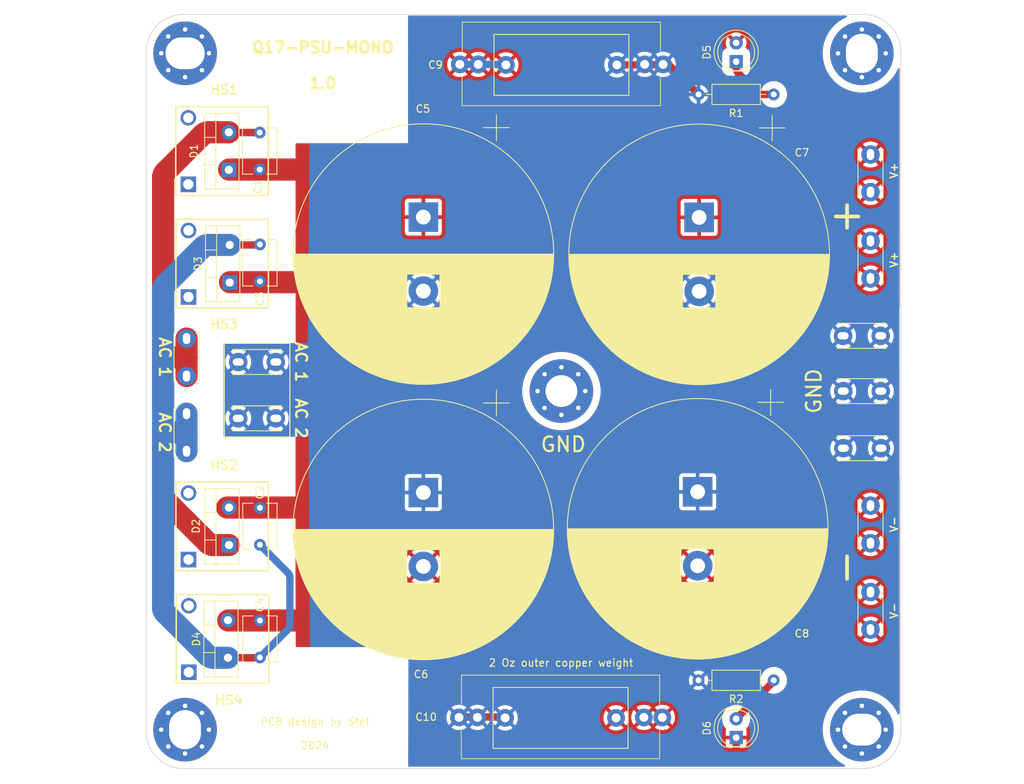
<source format=kicad_pcb>
(kicad_pcb (version 20240108) (generator "pcbnew") (generator_version "8.0")
  (title_block (title "Q17 mono Power Supply Universal") (date "2024-04-14") (rev "1.0") (company "by stef"))
  (layers (0 "F.Cu" signal) (31 "B.Cu" signal) (34 "B.Paste" user) (35 "F.Paste" user) (36 "B.SilkS" user "B.Silkscreen") (37 "F.SilkS" user "F.Silkscreen") (38 "B.Mask" user) (39 "F.Mask" user) (44 "Edge.Cuts" user))
  (net 0 "")
  (net 1 "GNDPWR")
  (net 2 "Net-(D3-A)")
  (net 3 "Net-(D1-A)")
  (net 4 "Net-(D5-K)")
  (net 5 "Net-(D6-A)")
  (net 14 "GND")
  (net 15 "/V+")
  (net 16 "/V-")
  (footprint "USER_LIB:CSM22112AE" (layer "F.Cu") (at 103.767254 113.72 90)
    (property "Reference" "HS2" (at 12.755 4.817746 180) (layer "F.SilkS") (effects (font (size 1.27 1.27) (thickness 0.254))))
    (property "Value" "CSM221-12AE" (hide yes))
    (pad "1" thru_hole rect (at 0 0 90) (size 2.1 2.1) (drill 1.4) (layers "*.Cu" "*.Mask"))
    (pad "2" thru_hole circle (at 9 0 90) (size 2.1 2.1) (drill 1.4) (layers "*.Cu" "*.Mask"))
  )
  (footprint "Capacitor_THT:C_Disc_D6.0mm_W4.4mm_P5.00mm" (layer "F.Cu") (at 113.419254 76.088 90)
    (property "Reference" "C3" (at -2.366 0 -90) (layer "F.SilkS"))
    (property "Value" "220pF")
    (pad "1" thru_hole circle (at 0 0 90) (size 1.6 1.6) (drill 0.8) (layers "*.Cu" "*.Mask") (net 15 "/V+"))
    (pad "2" thru_hole circle (at 5 0 90) (size 1.6 1.6) (drill 0.8) (layers "*.Cu" "*.Mask") (net 2 "Net-(D3-A)"))
  )
  (footprint "Package_TO_SOT_THT:TO-220-2_Vertical" (layer "F.Cu") (at 109.244254 111.76 90)
    (property "Reference" "D2" (at 2.54 -4.461 -90) (layer "F.SilkS"))
    (property "Value" "MBRF10100")
    (pad "1" thru_hole rect (at 0 0 90) (size 2 2) (drill 1.1) (layers "*.Cu" "*.Mask") (net 3 "Net-(D1-A)"))
    (pad "2" thru_hole oval (at 5.08 0 90) (size 2 2) (drill 1.1) (layers "*.Cu" "*.Mask") (net 16 "/V-"))
  )
  (footprint "Capacitor_THT:CP_Radial_D35.0mm_P10.00mm_SnapIn" (layer "F.Cu") (at 135.513301 67.394442 -90)
    (property "Reference" "C5" (at -14.648184 0.05248 180) (layer "F.SilkS"))
    (property "Value" "10000uF 80V")
    (pad "1" thru_hole rect (at 0 0 270) (size 4 4) (drill 2) (layers "*.Cu" "*.Mask") (net 15 "/V+"))
    (pad "2" thru_hole circle (at 10 0 270) (size 4 4) (drill 2) (layers "*.Cu" "*.Mask") (net 14 "GND"))
  )
  (footprint "Q17_Library:Faston_Connector_63849-1_TEC" (layer "F.Cu") (at 115.57 94.615)
    (property "Reference" "J1-3" (hide yes))
    (property "Value" "AC2-1" (hide yes))
    (pad "1" thru_hole circle (at -5.08 0) (size 2.5 2.5) (drill oval 1.5 1) (layers "*.Cu" "*.Mask") (net 14 "GND"))
    (pad "1" thru_hole circle (at 0 0) (size 2.5 2.5) (drill oval 1.5 1) (layers "*.Cu" "*.Mask") (net 14 "GND"))
  )
  (footprint "Capacitor_THT:C_Disc_D6.0mm_W4.4mm_P5.00mm" (layer "F.Cu") (at 113.395 60.96 90)
    (property "Reference" "C1" (at -2.326 -0.254 -90) (layer "F.SilkS"))
    (property "Value" "220pF")
    (pad "1" thru_hole circle (at 0 0 90) (size 1.6 1.6) (drill 0.8) (layers "*.Cu" "*.Mask") (net 15 "/V+"))
    (pad "2" thru_hole circle (at 5 0 90) (size 1.6 1.6) (drill 0.8) (layers "*.Cu" "*.Mask") (net 3 "Net-(D1-A)"))
  )
  (footprint "Q17_Library:C_Rect_Q17_PSU_L26.50_H11.00_P20.50" (layer "F.Cu") (at 142.934353 46.736)
    (property "Reference" "C9" (at -5.779934 0.063 0) (layer "F.SilkS"))
    (property "Value" "220nf" (hide yes))
    (pad "1" thru_hole circle (at -2.4892 0) (size 2.4 2.4) (drill 1.2) (layers "*.Cu" "*.Mask") (net 15 "/V+"))
    (pad "1" thru_hole circle (at 0 0) (size 2.4 2.4) (drill 1.2) (layers "*.Cu" "*.Mask") (net 15 "/V+"))
    (pad "1" thru_hole circle (at 3.743647 0.063) (size 2.4 2.4) (drill 1.2) (layers "*.Cu" "*.Mask") (net 15 "/V+"))
    (pad "2" thru_hole circle (at 18.743647 0.063) (size 2.4 2.4) (drill 1.2) (layers "*.Cu" "*.Mask") (net 14 "GND"))
    (pad "2" thru_hole circle (at 22.5 0 180) (size 2.4 2.4) (drill 1.2) (layers "*.Cu" "*.Mask") (net 14 "GND"))
    (pad "2" thru_hole circle (at 24.9936 0 180) (size 2.4 2.4) (drill 1.2) (layers "*.Cu" "*.Mask") (net 14 "GND"))
  )
  (footprint "USER_LIB:CSM22112AE" (layer "F.Cu") (at 103.767254 78.2 90)
    (property "Reference" "HS3" (at -3.715 4.817746 180) (layer "F.SilkS") (effects (font (size 1.27 1.27) (thickness 0.254))))
    (property "Value" "CSM221-12AE" (hide yes))
    (pad "1" thru_hole rect (at 0 0 90) (size 2.1 2.1) (drill 1.4) (layers "*.Cu" "*.Mask"))
    (pad "2" thru_hole circle (at 9 0 90) (size 2.1 2.1) (drill 1.4) (layers "*.Cu" "*.Mask"))
  )
  (footprint "USER_LIB:CSM22112AE" (layer "F.Cu") (at 103.743 62.96 90)
    (property "Reference" "HS1" (at 12.795 4.842 180) (layer "F.SilkS") (effects (font (size 1.27 1.27) (thickness 0.254))))
    (property "Value" "CSM221-12AE" (hide yes))
    (pad "1" thru_hole rect (at 0 0 90) (size 2.1 2.1) (drill 1.4) (layers "*.Cu" "*.Mask"))
    (pad "2" thru_hole circle (at 9 0 90) (size 2.1 2.1) (drill 1.4) (layers "*.Cu" "*.Mask"))
  )
  (footprint "Q17_Library:Faston_Connector_63849-1_TEC" (layer "F.Cu") (at 103.505 99.06 -90)
    (property "Reference" "J1-4" (hide yes))
    (property "Value" "AC2-2" (hide yes))
    (pad "1" thru_hole circle (at -5.08 0 270) (size 2.5 2.5) (drill oval 1.5 1) (layers "*.Cu" "*.Mask") (net 2 "Net-(D3-A)"))
    (pad "1" thru_hole circle (at 0 0 270) (size 2.5 2.5) (drill oval 1.5 1) (layers "*.Cu" "*.Mask") (net 2 "Net-(D3-A)"))
  )
  (footprint "MountingHole:MountingHole_4.3mm_M4_Pad_Via" (layer "F.Cu") (at 154.178 90.926419)
    (property "Reference" "#GROUND01" (hide yes))
    (property "Value" "MountingHole_4.3mm_M4_Pad_Via" (hide yes))
    (pad "1" thru_hole circle (at -3.225 0) (size 0.9 0.9) (drill 0.6) (layers "*.Cu" "*.Mask") (net 1 "GNDPWR"))
    (pad "1" thru_hole circle (at -2.280419 -2.280419) (size 0.9 0.9) (drill 0.6) (layers "*.Cu" "*.Mask") (net 1 "GNDPWR"))
    (pad "1" thru_hole circle (at -2.280419 2.280419) (size 0.9 0.9) (drill 0.6) (layers "*.Cu" "*.Mask") (net 1 "GNDPWR"))
    (pad "1" thru_hole circle (at 0 -3.225) (size 0.9 0.9) (drill 0.6) (layers "*.Cu" "*.Mask") (net 1 "GNDPWR"))
    (pad "1" thru_hole circle (at 0 0) (size 8.6 8.6) (drill 4.3) (layers "*.Cu" "*.Mask") (net 1 "GNDPWR"))
    (pad "1" thru_hole circle (at 0 3.225) (size 0.9 0.9) (drill 0.6) (layers "*.Cu" "*.Mask") (net 1 "GNDPWR"))
    (pad "1" thru_hole circle (at 2.280419 -2.280419) (size 0.9 0.9) (drill 0.6) (layers "*.Cu" "*.Mask") (net 1 "GNDPWR"))
    (pad "1" thru_hole circle (at 2.280419 2.280419) (size 0.9 0.9) (drill 0.6) (layers "*.Cu" "*.Mask") (net 1 "GNDPWR"))
    (pad "1" thru_hole circle (at 3.225 0) (size 0.9 0.9) (drill 0.6) (layers "*.Cu" "*.Mask") (net 1 "GNDPWR"))
  )
  (footprint "Q17_Library:Faston_Connector_63849-1_TEC" (layer "F.Cu") (at 192.278 90.932 180)
    (property "Reference" "J2-4" (hide yes))
    (property "Value" "GND" (hide yes))
    (pad "1" thru_hole circle (at -5.08 0 180) (size 2.5 2.5) (drill oval 1.5 1) (layers "*.Cu" "*.Mask") (net 14 "GND"))
    (pad "1" thru_hole circle (at 0 0 180) (size 2.5 2.5) (drill oval 1.5 1) (layers "*.Cu" "*.Mask") (net 14 "GND"))
  )
  (footprint "Q17_Library:Faston_Connector_63849-1_TEC" (layer "F.Cu") (at 192.295665 98.653992 180)
    (property "Reference" "J2-5" (hide yes))
    (property "Value" "GND" (hide yes))
    (pad "1" thru_hole circle (at -5.08 0 180) (size 2.5 2.5) (drill oval 1.5 1) (layers "*.Cu" "*.Mask") (net 14 "GND"))
    (pad "1" thru_hole circle (at 0 0 180) (size 2.5 2.5) (drill oval 1.5 1) (layers "*.Cu" "*.Mask") (net 14 "GND"))
  )
  (footprint "Q17_Library:Faston_Connector_63849-1_TEC" (layer "F.Cu") (at 103.505 88.9 -90)
    (property "Reference" "J1-1" (hide yes))
    (property "Value" "AC1-1" (hide yes))
    (pad "1" thru_hole circle (at -5.08 0 270) (size 2.5 2.5) (drill oval 1.5 1) (layers "*.Cu" "*.Mask") (net 3 "Net-(D1-A)"))
    (pad "1" thru_hole circle (at 0 0 270) (size 2.5 2.5) (drill oval 1.5 1) (layers "*.Cu" "*.Mask") (net 3 "Net-(D1-A)"))
  )
  (footprint "MountingHole:MountingHole_4.3mm_M4_Pad_Via" (layer "F.Cu") (at 194.79428 136.729763)
    (property "Reference" "REF**" (hide yes))
    (property "Value" "MountingHole_4.3mm_M4_Pad_Via")
    (pad "1" thru_hole circle (at -3.225 0) (size 0.9 0.9) (drill 0.6) (layers "*.Cu" "*.Mask"))
    (pad "1" thru_hole circle (at -2.280419 -2.280419) (size 0.9 0.9) (drill 0.6) (layers "*.Cu" "*.Mask"))
    (pad "1" thru_hole circle (at -2.280419 2.280419) (size 0.9 0.9) (drill 0.6) (layers "*.Cu" "*.Mask"))
    (pad "1" thru_hole circle (at 0 -3.225) (size 0.9 0.9) (drill 0.6) (layers "*.Cu" "*.Mask"))
    (pad "1" thru_hole circle (at 0 0) (size 8.6 8.6) (drill oval 5.3 4.3) (layers "*.Cu" "*.Mask"))
    (pad "1" thru_hole circle (at 0 3.225) (size 0.9 0.9) (drill 0.6) (layers "*.Cu" "*.Mask"))
    (pad "1" thru_hole circle (at 2.280419 -2.280419) (size 0.9 0.9) (drill 0.6) (layers "*.Cu" "*.Mask"))
    (pad "1" thru_hole circle (at 2.280419 2.280419) (size 0.9 0.9) (drill 0.6) (layers "*.Cu" "*.Mask"))
    (pad "1" thru_hole circle (at 3.225 0) (size 0.9 0.9) (drill 0.6) (layers "*.Cu" "*.Mask"))
  )
  (footprint "LED_THT:LED_D5.0mm" (layer "F.Cu") (at 177.8 137.8 90)
    (property "Reference" "D6" (at 1.27 -3.96 -90) (layer "F.SilkS"))
    (property "Value" "LED")
    (pad "1" thru_hole rect (at 0 0 90) (size 1.8 1.8) (drill 0.9) (layers "*.Cu" "*.Mask") (net 16 "/V-"))
    (pad "2" thru_hole circle (at 2.54 0 90) (size 1.8 1.8) (drill 0.9) (layers "*.Cu" "*.Mask") (net 5 "Net-(D6-A)"))
  )
  (footprint "Capacitor_THT:CP_Radial_D35.0mm_P10.00mm_SnapIn" (layer "F.Cu") (at 172.597301 104.554 -90)
    (property "Reference" "C8" (at 19.181059 -14.092699 180) (layer "F.SilkS"))
    (property "Value" "10000uF 80V")
    (pad "1" thru_hole rect (at 0 0 270) (size 4 4) (drill 2) (layers "*.Cu" "*.Mask") (net 14 "GND"))
    (pad "2" thru_hole circle (at 10 0 270) (size 4 4) (drill 2) (layers "*.Cu" "*.Mask") (net 16 "/V-"))
  )
  (footprint "Resistor_THT:R_Axial_DIN0207_L6.3mm_D2.5mm_P10.16mm_Horizontal" (layer "F.Cu") (at 172.72 130.048)
    (property "Reference" "R2" (at 5.08 2.54 0) (layer "F.SilkS"))
    (property "Value" "10K")
    (pad "1" thru_hole circle (at 0 0) (size 1.6 1.6) (drill 0.8) (layers "*.Cu" "*.Mask") (net 14 "GND"))
    (pad "2" thru_hole oval (at 10.16 0) (size 1.6 1.6) (drill 0.8) (layers "*.Cu" "*.Mask") (net 5 "Net-(D6-A)"))
  )
  (footprint "Package_TO_SOT_THT:TO-220-2_Vertical" (layer "F.Cu") (at 109.101254 127 90)
    (property "Reference" "D4" (at 2.54 -4.27 -90) (layer "F.SilkS"))
    (property "Value" "MBRF10100")
    (pad "1" thru_hole rect (at 0 0 90) (size 2 2) (drill 1.1) (layers "*.Cu" "*.Mask") (net 2 "Net-(D3-A)"))
    (pad "2" thru_hole oval (at 5.08 0 90) (size 2 2) (drill 1.1) (layers "*.Cu" "*.Mask") (net 16 "/V-"))
  )
  (footprint "Q17_Library:Faston_Connector_63849-1_TEC" (layer "F.Cu") (at 195.96228 75.692 -90)
    (property "Reference" "J2-2" (hide yes))
    (property "Value" "V+" (at -2.54 -3.17372 90) (layer "F.SilkS") (effects (font (thickness 0.2) (bold yes))))
    (pad "1" thru_hole circle (at -5.08 0 270) (size 2.5 2.5) (drill oval 1.5 1) (layers "*.Cu" "*.Mask") (net 15 "/V+"))
    (pad "1" thru_hole circle (at 0 0 270) (size 2.5 2.5) (drill oval 1.5 1) (layers "*.Cu" "*.Mask") (net 15 "/V+"))
  )
  (footprint "Q17_Library:Faston_Connector_63849-1_TEC" (layer "F.Cu") (at 192.255665 83.453992 180)
    (property "Reference" "J2-3" (hide yes))
    (property "Value" "GND" (hide yes))
    (pad "1" thru_hole circle (at -5.08 0 180) (size 2.5 2.5) (drill oval 1.5 1) (layers "*.Cu" "*.Mask") (net 14 "GND"))
    (pad "1" thru_hole circle (at 0 0 180) (size 2.5 2.5) (drill oval 1.5 1) (layers "*.Cu" "*.Mask") (net 14 "GND"))
  )
  (footprint "Q17_Library:Faston_Connector_63849-1_TEC" (layer "F.Cu") (at 195.96228 111.506 -90)
    (property "Reference" "J2-6" (hide yes))
    (property "Value" "V-" (at -2.554323 -3.17372 90) (layer "F.SilkS") (effects (font (thickness 0.2) (bold yes))))
    (pad "1" thru_hole circle (at -5.08 0 270) (size 2.5 2.5) (drill oval 1.5 1) (layers "*.Cu" "*.Mask") (net 16 "/V-"))
    (pad "1" thru_hole circle (at 0 0 270) (size 2.5 2.5) (drill oval 1.5 1) (layers "*.Cu" "*.Mask") (net 16 "/V-"))
  )
  (footprint "Capacitor_THT:C_Disc_D6.0mm_W4.4mm_P5.00mm" (layer "F.Cu") (at 113.419254 126.96 90)
    (property "Reference" "C4" (at 7.112 0 -90) (layer "F.SilkS"))
    (property "Value" "220pF")
    (pad "1" thru_hole circle (at 0 0 90) (size 1.6 1.6) (drill 0.8) (layers "*.Cu" "*.Mask") (net 2 "Net-(D3-A)"))
    (pad "2" thru_hole circle (at 5 0 90) (size 1.6 1.6) (drill 0.8) (layers "*.Cu" "*.Mask") (net 16 "/V-"))
  )
  (footprint "Package_TO_SOT_THT:TO-220-2_Vertical" (layer "F.Cu") (at 109.22 61 90)
    (property "Reference" "D1" (at 2.54 -4.715 -90) (layer "F.SilkS"))
    (property "Value" "MBRF10100")
    (pad "1" thru_hole rect (at 0 0 90) (size 2 2) (drill 1.1) (layers "*.Cu" "*.Mask") (net 15 "/V+"))
    (pad "2" thru_hole oval (at 5.08 0 90) (size 2 2) (drill 1.1) (layers "*.Cu" "*.Mask") (net 3 "Net-(D1-A)"))
  )
  (footprint "Q17_Library:Faston_Connector_63849-1_TEC" (layer "F.Cu") (at 115.57 86.995)
    (property "Reference" "J1-2" (hide yes))
    (property "Value" "AC1-2" (hide yes))
    (pad "1" thru_hole circle (at -5.08 0) (size 2.5 2.5) (drill oval 1.5 1) (layers "*.Cu" "*.Mask") (net 14 "GND"))
    (pad "1" thru_hole circle (at 0 0) (size 2.5 2.5) (drill oval 1.5 1) (layers "*.Cu" "*.Mask") (net 14 "GND"))
  )
  (footprint "MountingHole:MountingHole_4.3mm_M4_Pad_Via" (layer "F.Cu") (at 194.79428 45.238963)
    (property "Reference" "REF**" (hide yes))
    (property "Value" "MountingHole_4.3mm_M4_Pad_Via")
    (pad "1" thru_hole circle (at -3.225 0) (size 0.9 0.9) (drill 0.6) (layers "*.Cu" "*.Mask"))
    (pad "1" thru_hole circle (at -2.280419 -2.280419) (size 0.9 0.9) (drill 0.6) (layers "*.Cu" "*.Mask"))
    (pad "1" thru_hole circle (at -2.280419 2.280419) (size 0.9 0.9) (drill 0.6) (layers "*.Cu" "*.Mask"))
    (pad "1" thru_hole circle (at 0 -3.225) (size 0.9 0.9) (drill 0.6) (layers "*.Cu" "*.Mask"))
    (pad "1" thru_hole circle (at 0 0) (size 8.6 8.6) (drill oval 4.3 5.3) (layers "*.Cu" "*.Mask"))
    (pad "1" thru_hole circle (at 0 3.225) (size 0.9 0.9) (drill 0.6) (layers "*.Cu" "*.Mask"))
    (pad "1" thru_hole circle (at 2.280419 -2.280419) (size 0.9 0.9) (drill 0.6) (layers "*.Cu" "*.Mask"))
    (pad "1" thru_hole circle (at 2.280419 2.280419) (size 0.9 0.9) (drill 0.6) (layers "*.Cu" "*.Mask"))
    (pad "1" thru_hole circle (at 3.225 0) (size 0.9 0.9) (drill 0.6) (layers "*.Cu" "*.Mask"))
  )
  (footprint "LED_THT:LED_D5.0mm" (layer "F.Cu") (at 177.8 46.36 90)
    (property "Reference" "D5" (at 1.27 -3.96 -90) (layer "F.SilkS"))
    (property "Value" "LED")
    (pad "1" thru_hole rect (at 0 0 90) (size 1.8 1.8) (drill 0.9) (layers "*.Cu" "*.Mask") (net 4 "Net-(D5-K)"))
    (pad "2" thru_hole circle (at 2.54 0 90) (size 1.8 1.8) (drill 0.9) (layers "*.Cu" "*.Mask") (net 15 "/V+"))
  )
  (footprint "Capacitor_THT:CP_Radial_D35.0mm_P10.00mm_SnapIn" (layer "F.Cu") (at 135.513301 104.648 -90)
    (property "Reference" "C6" (at 24.589317 0.30648 180) (layer "F.SilkS"))
    (property "Value" "10000uF 80V")
    (pad "1" thru_hole rect (at 0 0 270) (size 4 4) (drill 2) (layers "*.Cu" "*.Mask") (net 14 "GND"))
    (pad "2" thru_hole circle (at 10 0 270) (size 4 4) (drill 2) (layers "*.Cu" "*.Mask") (net 16 "/V-"))
  )
  (footprint "Q17_Library:C_Rect_Q17_PSU_L26.50_H11.00_P20.50" (layer "F.Cu") (at 142.8242 135.072553)
    (property "Reference" "C10" (at -6.9342 -0.055447 0) (layer "F.SilkS"))
    (property "Value" "220nF" (hide yes))
    (pad "1" thru_hole circle (at -2.4892 0) (size 2.4 2.4) (drill 1.2) (layers "*.Cu" "*.Mask") (net 14 "GND"))
    (pad "1" thru_hole circle (at 0 0) (size 2.4 2.4) (drill 1.2) (layers "*.Cu" "*.Mask") (net 14 "GND"))
    (pad "1" thru_hole circle (at 3.743647 0.063) (size 2.4 2.4) (drill 1.2) (layers "*.Cu" "*.Mask") (net 14 "GND"))
    (pad "2" thru_hole circle (at 18.743647 0.063) (size 2.4 2.4) (drill 1.2) (layers "*.Cu" "*.Mask") (net 16 "/V-"))
    (pad "2" thru_hole circle (at 22.5 0 180) (size 2.4 2.4) (drill 1.2) (layers "*.Cu" "*.Mask") (net 16 "/V-"))
    (pad "2" thru_hole circle (at 24.9936 0 180) (size 2.4 2.4) (drill 1.2) (layers "*.Cu" "*.Mask") (net 16 "/V-"))
  )
  (footprint "USER_LIB:CSM22112AE" (layer "F.Cu") (at 103.807254 128.96 90)
    (property "Reference" "HS4" (at -3.755 5.412746 180) (layer "F.SilkS") (effects (font (size 1.27 1.27) (thickness 0.254))))
    (property "Value" "CSM221-12AE" (hide yes))
    (pad "1" thru_hole rect (at 0 0 90) (size 2.1 2.1) (drill 1.4) (layers "*.Cu" "*.Mask"))
    (pad "2" thru_hole circle (at 9 0 90) (size 2.1 2.1) (drill 1.4) (layers "*.Cu" "*.Mask"))
  )
  (footprint "Package_TO_SOT_THT:TO-220-2_Vertical" (layer "F.Cu") (at 109.337254 76.24 90)
    (property "Reference" "D3" (at 2.54 -4.27 -90) (layer "F.SilkS"))
    (property "Value" "MBRF10100")
    (pad "1" thru_hole rect (at 0 0 90) (size 2 2) (drill 1.1) (layers "*.Cu" "*.Mask") (net 15 "/V+"))
    (pad "2" thru_hole oval (at 5.08 0 90) (size 2 2) (drill 1.1) (layers "*.Cu" "*.Mask") (net 2 "Net-(D3-A)"))
  )
  (footprint "MountingHole:MountingHole_4.3mm_M4_Pad_Via" (layer "F.Cu") (at 103.309061 45.233382)
    (property "Reference" "REF**" (hide yes))
    (property "Value" "MountingHole_4.3mm_M4_Pad_Via")
    (pad "1" thru_hole circle (at -3.225 0) (size 0.9 0.9) (drill 0.6) (layers "*.Cu" "*.Mask"))
    (pad "1" thru_hole circle (at -2.280419 -2.280419) (size 0.9 0.9) (drill 0.6) (layers "*.Cu" "*.Mask"))
    (pad "1" thru_hole circle (at -2.280419 2.280419) (size 0.9 0.9) (drill 0.6) (layers "*.Cu" "*.Mask"))
    (pad "1" thru_hole circle (at 0 -3.225) (size 0.9 0.9) (drill 0.6) (layers "*.Cu" "*.Mask"))
    (pad "1" thru_hole circle (at 0 0) (size 8.6 8.6) (drill oval 5.3 4.3) (layers "*.Cu" "*.Mask"))
    (pad "1" thru_hole circle (at 0 3.225) (size 0.9 0.9) (drill 0.6) (layers "*.Cu" "*.Mask"))
    (pad "1" thru_hole circle (at 2.280419 -2.280419) (size 0.9 0.9) (drill 0.6) (layers "*.Cu" "*.Mask"))
    (pad "1" thru_hole circle (at 2.280419 2.280419) (size 0.9 0.9) (drill 0.6) (layers "*.Cu" "*.Mask"))
    (pad "1" thru_hole circle (at 3.225 0) (size 0.9 0.9) (drill 0.6) (layers "*.Cu" "*.Mask"))
  )
  (footprint "Resistor_THT:R_Axial_DIN0207_L6.3mm_D2.5mm_P10.16mm_Horizontal" (layer "F.Cu") (at 182.88 50.8 180)
    (property "Reference" "R1" (at 5.08 -2.54 0) (layer "F.SilkS"))
    (property "Value" "10K")
    (pad "1" thru_hole circle (at 0 0 180) (size 1.6 1.6) (drill 0.8) (layers "*.Cu" "*.Mask") (net 4 "Net-(D5-K)"))
    (pad "2" thru_hole oval (at 10.16 0 180) (size 1.6 1.6) (drill 0.8) (layers "*.Cu" "*.Mask") (net 14 "GND"))
  )
  (footprint "Capacitor_THT:C_Disc_D6.0mm_W4.4mm_P5.00mm" (layer "F.Cu") (at 113.419254 111.72 90)
    (property "Reference" "C2" (at 7.112 0 -90) (layer "F.SilkS"))
    (property "Value" "220pF")
    (pad "1" thru_hole circle (at 0 0 90) (size 1.6 1.6) (drill 0.8) (layers "*.Cu" "*.Mask") (net 2 "Net-(D3-A)"))
    (pad "2" thru_hole circle (at 5 0 90) (size 1.6 1.6) (drill 0.8) (layers "*.Cu" "*.Mask") (net 16 "/V-"))
  )
  (footprint "Q17_Library:Faston_Connector_63849-1_TEC" (layer "F.Cu") (at 195.96228 64.008 -90)
    (property "Reference" "J2-1" (hide yes))
    (property "Value" "V+" (at -2.8956 -3.17372 90) (layer "F.SilkS") (effects (font (thickness 0.2) (bold yes))))
    (pad "1" thru_hole circle (at -5.08 0 270) (size 2.5 2.5) (drill oval 1.5 1) (layers "*.Cu" "*.Mask") (net 15 "/V+"))
    (pad "1" thru_hole circle (at 0 0 270) (size 2.5 2.5) (drill oval 1.5 1) (layers "*.Cu" "*.Mask") (net 15 "/V+"))
  )
  (footprint "Capacitor_THT:CP_Radial_D35.0mm_P10.00mm_SnapIn" (layer "F.Cu") (at 172.800501 67.432941 -90)
    (property "Reference" "C7" (at -8.758941 -13.889499 180) (layer "F.SilkS"))
    (property "Value" "10000uF 80V")
    (pad "1" thru_hole rect (at 0 0 270) (size 4 4) (drill 2) (layers "*.Cu" "*.Mask") (net 15 "/V+"))
    (pad "2" thru_hole circle (at 10 0 270) (size 4 4) (drill 2) (layers "*.Cu" "*.Mask") (net 14 "GND"))
  )
  (footprint "Q17_Library:Faston_Connector_63849-1_TEC" (layer "F.Cu") (at 195.96228 123.19 -90)
    (property "Reference" "J2-7" (hide yes))
    (property "Value" "V-" (at -2.54 -3.17372 90) (layer "F.SilkS") (effects (font (thickness 0.2) (bold yes))))
    (pad "1" thru_hole circle (at -5.08 0 270) (size 2.5 2.5) (drill oval 1.5 1) (layers "*.Cu" "*.Mask") (net 16 "/V-"))
    (pad "1" thru_hole circle (at 0 0 270) (size 2.5 2.5) (drill oval 1.5 1) (layers "*.Cu" "*.Mask") (net 16 "/V-"))
  )
  (footprint "MountingHole:MountingHole_4.3mm_M4_Pad_Via" (layer "F.Cu") (at 103.30348 136.729763)
    (property "Reference" "REF**" (hide yes))
    (property "Value" "MountingHole_4.3mm_M4_Pad_Via")
    (pad "1" thru_hole circle (at -3.225 0) (size 0.9 0.9) (drill 0.6) (layers "*.Cu" "*.Mask"))
    (pad "1" thru_hole circle (at -2.280419 -2.280419) (size 0.9 0.9) (drill 0.6) (layers "*.Cu" "*.Mask"))
    (pad "1" thru_hole circle (at -2.280419 2.280419) (size 0.9 0.9) (drill 0.6) (layers "*.Cu" "*.Mask"))
    (pad "1" thru_hole circle (at 0 -3.225) (size 0.9 0.9) (drill 0.6) (layers "*.Cu" "*.Mask"))
    (pad "1" thru_hole circle (at 0 0) (size 8.6 8.6) (drill oval 4.3 5.3) (layers "*.Cu" "*.Mask"))
    (pad "1" thru_hole circle (at 0 3.225) (size 0.9 0.9) (drill 0.6) (layers "*.Cu" "*.Mask"))
    (pad "1" thru_hole circle (at 2.280419 -2.280419) (size 0.9 0.9) (drill 0.6) (layers "*.Cu" "*.Mask"))
    (pad "1" thru_hole circle (at 2.280419 2.280419) (size 0.9 0.9) (drill 0.6) (layers "*.Cu" "*.Mask"))
    (pad "1" thru_hole circle (at 3.225 0) (size 0.9 0.9) (drill 0.6) (layers "*.Cu" "*.Mask"))
  )
  (gr_rect (start 108.585 84.455) (end 117.475 97.155) (stroke (width 0.15)) (fill none) (layer "F.SilkS"))
  (gr_line (start 98.05348 136.988963) (end 98.05348 44.988963) (stroke (width 0.1)) (layer "Edge.Cuts"))
  (gr_arc (start 200.05348 136.988963) (mid 198.589 140.524471) (end 195.05348 141.988963) (stroke (width 0.1)) (layer "Edge.Cuts"))
  (gr_line (start 103.05348 39.988963) (end 195.05348 39.988963) (stroke (width 0.1)) (layer "Edge.Cuts"))
  (gr_line (start 195.05348 141.988963) (end 103.05348 141.988963) (stroke (width 0.1)) (layer "Edge.Cuts"))
  (gr_line (start 200.05348 44.988963) (end 200.05348 136.988963) (stroke (width 0.1)) (layer "Edge.Cuts"))
  (gr_arc (start 98.05348 44.988963) (mid 99.517946 41.453429) (end 103.05348 39.988963) (stroke (width 0.1)) (layer "Edge.Cuts"))
  (gr_arc (start 103.05348 141.988963) (mid 99.517932 140.524499) (end 98.05348 136.988963) (stroke (width 0.1)) (layer "Edge.Cuts"))
  (gr_arc (start 195.05348 39.988963) (mid 198.589 41.453432) (end 200.05348 44.988963) (stroke (width 0.1)) (layer "Edge.Cuts"))
  (gr_text "2 Oz outer copper weight" (at 144.272 128.27 0) (layer "F.SilkS") (effects (font (size 1 1)) (justify left bottom)))
  (gr_text "AC 1" (at 118.11 86.995 270) (layer "F.SilkS") (effects (font (size 1.5 1.5) (thickness 0.3) (bold yes)) (justify bottom)))
  (gr_text "AC 2" (at 118.11 94.615 270) (layer "F.SilkS") (effects (font (size 1.5 1.5) (thickness 0.3) (bold yes)) (justify bottom)))
  (gr_text "GND" (at 154.432 99.314 0) (layer "F.SilkS") (effects (font (size 2 2) (thickness 0.3) (bold yes)) (justify bottom)))
  (gr_text "-" (at 190.754 114.808 270) (layer "F.SilkS") (effects (font (size 4 4) (thickness 0.5)) (justify bottom)))
  (gr_text "Q17-PSU-MONO\n\n1.0" (at 121.92 50.165 0) (layer "F.SilkS") (effects (font (size 1.5 1.5) (thickness 0.375) (bold yes)) (justify bottom)))
  (gr_text "PCB design by Stef\n\n2024" (at 120.873905 139.446 0) (layer "F.SilkS") (effects (font (size 1 1)) (justify bottom)))
  (gr_text "GND" (at 189.484 90.932 90) (layer "F.SilkS") (effects (font (size 2 2) (thickness 0.3) (bold yes)) (justify bottom)))
  (gr_text "+" (at 190.754 67.31 270) (layer "F.SilkS") (effects (font (size 4 4) (thickness 0.5)) (justify bottom)))
  (gr_text "AC 1" (at 99.695 86.36 270) (layer "F.SilkS") (effects (font (size 1.5 1.5) (thickness 0.3) (bold yes)) (justify bottom)))
  (gr_text "AC 2" (at 99.695 96.52 270) (layer "F.SilkS") (effects (font (size 1.5 1.5) (thickness 0.3) (bold yes)) (justify bottom)))
  (segment (start 109.101254 127) (end 113.379254 127) (width 1) (layer "F.Cu") (net 2))
  (segment (start 109.337254 71.16) (end 113.347254 71.16) (width 1) (layer "F.Cu") (net 2))
  (segment (start 117.182107 115.482853) (end 113.419254 111.72) (width 1) (layer "B.Cu") (net 2))
  (segment (start 100.33 77.249214) (end 100.33 120.235786) (width 3) (layer "B.Cu") (net 2))
  (segment (start 103.505 93.98) (end 103.505 99.06) (width 3) (layer "B.Cu") (net 2))
  (segment (start 107.094214 127) (end 109.101254 127) (width 3) (layer "B.Cu") (net 2))
  (segment (start 109.337254 71.16) (end 106.419214 71.16) (width 3) (layer "B.Cu") (net 2))
  (segment (start 113.419254 126.96) (end 117.182107 123.197147) (width 1) (layer "B.Cu") (net 2))
  (segment (start 100.33 96.52) (end 103.505 96.52) (width 3) (layer "B.Cu") (net 2))
  (segment (start 117.475 122.49004) (end 117.475 116.18996) (width 1) (layer "B.Cu") (net 2))
  (segment (start 105.712107 71.452893) (end 100.622893 76.542107) (width 3) (layer "B.Cu") (net 2))
  (segment (start 100.622893 120.942893) (end 106.387107 126.707107) (width 3) (layer "B.Cu") (net 2))
  (arc (start 107.094214 127) (mid 106.711531 126.92388) (end 106.387107 126.707107) (width 3) (layer "B.Cu") (net 2))
  (arc (start 117.182107 115.482853) (mid 117.39888 115.807276) (end 117.475 116.18996) (width 1) (layer "B.Cu") (net 2))
  (arc (start 100.33 77.249214) (mid 100.40612 76.866531) (end 100.622893 76.542107) (width 3) (layer "B.Cu") (net 2))
  (arc (start 100.33 120.235786) (mid 100.40612 120.618469) (end 100.622893 120.942893) (width 3) (layer "B.Cu") (net 2))
  (arc (start 106.419214 71.16) (mid 106.036531 71.23612) (end 105.712107 71.452893) (width 3) (layer "B.Cu") (net 2))
  (arc (start 117.182107 123.197147) (mid 117.39888 122.872724) (end 117.475 122.49004) (width 1) (layer "B.Cu") (net 2))
  (segment (start 100.622893 105.702893) (end 106.387107 111.467107) (width 3) (layer "F.Cu") (net 3))
  (segment (start 103.505 86.36) (end 103.505 88.9) (width 3) (layer "F.Cu") (net 3))
  (segment (start 100.33 86.36) (end 103.505 86.36) (width 3) (layer "F.Cu") (net 3))
  (segment (start 105.712107 56.212893) (end 100.622893 61.302107) (width 3) (layer "F.Cu") (net 3))
  (segment (start 100.33 80.645) (end 100.33 86.36) (width 3) (layer "F.Cu") (net 3))
  (segment (start 103.505 83.82) (end 103.505 86.36) (width 3) (layer "F.Cu") (net 3))
  (segment (start 100.33 62.009214) (end 100.33 80.645) (width 3) (layer "F.Cu") (net 3))
  (segment (start 100.33 86.36) (end 100.33 104.995786) (width 3) (layer "F.Cu") (net 3))
  (segment (start 107.094214 111.76) (end 109.244254 111.76) (width 3) (layer "F.Cu") (net 3))
  (segment (start 109.22 55.92) (end 106.419214 55.92) (width 3) (layer "F.Cu") (net 3))
  (segment (start 113.395 55.96) (end 109.26 55.96) (width 1) (layer "F.Cu") (net 3))
  (arc (start 106.419214 55.92) (mid 106.036531 55.99612) (end 105.712107 56.212893) (width 3) (layer "F.Cu") (net 3))
  (arc (start 107.094214 111.76) (mid 106.711531 111.68388) (end 106.387107 111.467107) (width 3) (layer "F.Cu") (net 3))
  (arc (start 100.33 62.009214) (mid 100.40612 61.626531) (end 100.622893 61.302107) (width 3) (layer "F.Cu") (net 3))
  (arc (start 100.33 104.995786) (mid 100.40612 105.378469) (end 100.622893 105.702893) (width 3) (layer "F.Cu") (net 3))
  (segment (start 180.682107 50.507107) (end 178.092893 47.917893) (width 1) (layer "F.Cu") (net 4))
  (segment (start 182.88 50.8) (end 181.389214 50.8) (width 1) (layer "F.Cu") (net 4))
  (segment (start 177.8 47.210786) (end 177.8 46.36) (width 1) (layer "F.Cu") (net 4))
  (arc (start 178.092893 47.917893) (mid 177.87612 47.59347) (end 177.8 47.210786) (width 1) (layer "F.Cu") (net 4))
  (arc (start 181.389214 50.8) (mid 181.006531 50.72388) (end 180.682107 50.507107) (width 1) (layer "F.Cu") (net 4))
  (segment (start 177.8 135.26) (end 182.88 130.18) (width 1) (layer "F.Cu") (net 5))
  (segment (start 161.678 46.799) (end 167.864953 46.799) (width 1) (layer "F.Cu") (net 14))
  (segment (start 146.683582 135.009553) (end 140.496629 135.009553) (width 1) (layer "F.Cu") (net 14))
  (segment (start 172.72 50.8) (end 168.656 46.736) (width 1) (layer "F.Cu") (net 14))
  (segment (start 113.53 76.2) (end 121.42 76.2) (width 3) (layer "F.Cu") (net 15))
  (segment (start 113.395 60.96) (end 109.26 60.96) (width 3) (layer "F.Cu") (net 15))
  (segment (start 113.395 60.96) (end 121.285 60.96) (width 3) (layer "F.Cu") (net 15))
  (segment (start 113.1925 76.2) (end 109.377254 76.2) (width 3) (layer "F.Cu") (net 15))
  (segment (start 109.377254 76.2) (end 109.337254 76.24) (width 2) (layer "F.Cu") (net 15))
  (segment (start 145.543 46.736) (end 140.445153 46.736) (width 1) (layer "B.Cu") (net 15))
  (segment (start 145.606 46.799) (end 145.543 46.736) (width 0.2) (layer "B.Cu") (net 15))
  (segment (start 113.419254 121.96) (end 123.15 121.96) (width 3) (layer "F.Cu") (net 16))
  (segment (start 192.91428 114.554) (end 195.96228 111.506) (width 0.25) (layer "F.Cu") (net 16))
  (segment (start 113.244627 106.68) (end 122.975373 106.68) (width 3) (layer "F.Cu") (net 16))
  (segment (start 108.986 106.68) (end 113.264 106.68) (width 3) (layer "F.Cu") (net 16))
  (segment (start 113.419254 121.96) (end 109.141254 121.96) (width 3) (layer "F.Cu") (net 16))
  (segment (start 177.8 137.8) (end 177.8 140.335) (width 1) (layer "F.Cu") (net 16))
  (zone (net 15) (net_name "/V+") (layer "F.Cu") (connect_pads (clearance 1)) (min_thickness 0.25) (fill yes (thermal_gap 0.5) (thermal_bridge_width 0.5) (island_removal_mode 1) (island_area_min 10))
    (polygon (pts (xy 133.4516 57.404) (xy 133.477 40.132) (xy 199.898 40.132) (xy 199.898 79.756) (xy 188.722 79.756) (xy 188.722 90.135773) (xy 118.257719 90.511645) (xy 118.237 57.404)))
  )
  (zone (net 16) (net_name "/V-") (layer "F.Cu") (connect_pads (clearance 1)) (min_thickness 0.25) (fill yes (thermal_gap 0.5) (thermal_bridge_width 0.5) (island_removal_mode 1) (island_area_min 10))
    (polygon (pts (xy 188.721981 91.433055) (xy 188.722 102.362) (xy 199.898 102.362) (xy 199.898 141.732) (xy 133.477 141.732) (xy 133.503459 125.562431) (xy 118.263459 125.562431) (xy 118.237 116.259381) (xy 118.237 112.159072) (xy 118.237 97.79) (xy 118.237 91.657523)))
  )
  (zone (net 14) (net_name "GND") (layer "B.Cu") (connect_pads (clearance 1)) (min_thickness 0.25) (fill yes (thermal_gap 0.5) (thermal_bridge_width 0.5) (island_removal_mode 1) (island_area_min 10))
    (polygon (pts (xy 133.4516 57.404) (xy 133.4516 40.138163) (xy 199.85028 40.138163) (xy 199.90108 141.732) (xy 133.477 141.732) (xy 133.500245 125.553942) (xy 120.165245 125.553942) (xy 120.022538 97.117487) (xy 108.458 97.117487) (xy 108.458 84.455) (xy 119.882816 84.424372) (xy 120.142 57.404)))
  )
)
</source>
